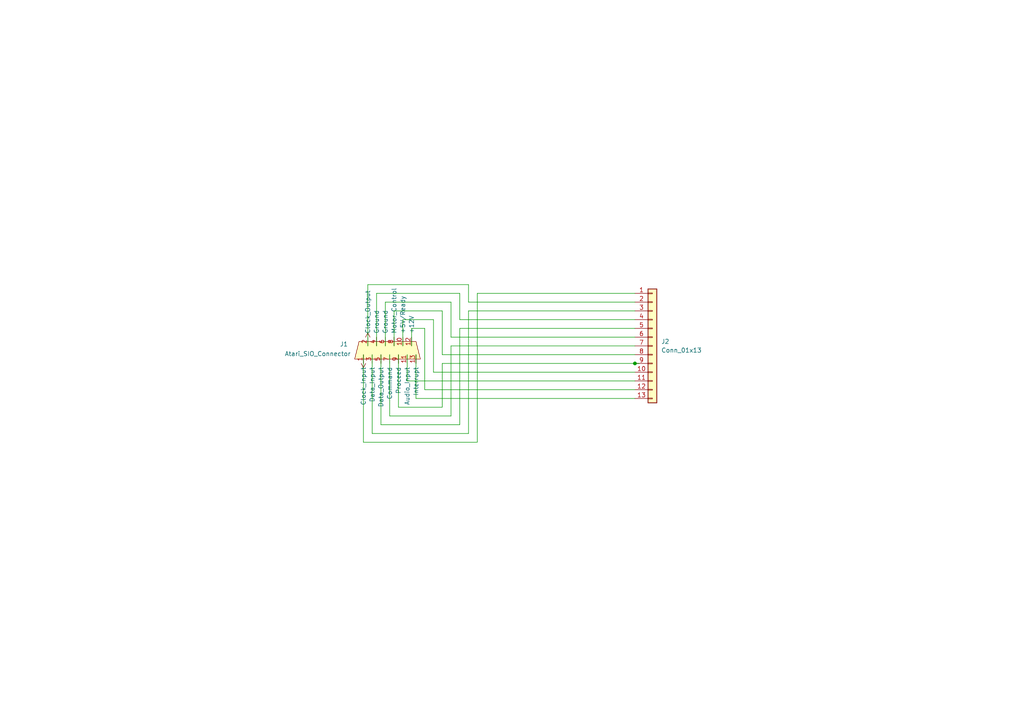
<source format=kicad_sch>
(kicad_sch (version 20250114) (generator "eeschema") (generator_version "9.0")
  (paper "A4")
  (lib_symbols
    (symbol "Connector_Generic:Conn_01x13" (pin_names (offset 1.016) (hide yes))
      (property "Reference" "J" (at 0 17.78 0))
      (property "Value" "Conn_01x13" (at 0 -17.78 0))
      (symbol "Conn_01x13_1_1"
        (rectangle (start -1.27 16.51) (end 1.27 -16.51) (stroke (width 0.254)) (fill (type background)))
        (rectangle (start -1.27 15.367) (end 0 15.113) (stroke (width 0.1524)))
        (rectangle (start -1.27 12.827) (end 0 12.573) (stroke (width 0.1524)))
        (rectangle (start -1.27 10.287) (end 0 10.033) (stroke (width 0.1524)))
        (rectangle (start -1.27 7.747) (end 0 7.493) (stroke (width 0.1524)))
        (rectangle (start -1.27 5.207) (end 0 4.953) (stroke (width 0.1524)))
        (rectangle (start -1.27 2.667) (end 0 2.413) (stroke (width 0.1524)))
        (rectangle (start -1.27 0.127) (end 0 -0.127) (stroke (width 0.1524)))
        (rectangle (start -1.27 -2.413) (end 0 -2.667) (stroke (width 0.1524)))
        (rectangle (start -1.27 -4.953) (end 0 -5.207) (stroke (width 0.1524)))
        (rectangle (start -1.27 -7.493) (end 0 -7.747) (stroke (width 0.1524)))
        (rectangle (start -1.27 -10.033) (end 0 -10.287) (stroke (width 0.1524)))
        (rectangle (start -1.27 -12.573) (end 0 -12.827) (stroke (width 0.1524)))
        (rectangle (start -1.27 -15.113) (end 0 -15.367) (stroke (width 0.1524)))
        (pin passive line (at -5.08 15.24 0) (length 3.81) (name "Pin_1") (number "1"))
        (pin passive line (at -5.08 12.7 0) (length 3.81) (name "Pin_2") (number "2"))
        (pin passive line (at -5.08 10.16 0) (length 3.81) (name "Pin_3") (number "3"))
        (pin passive line (at -5.08 7.62 0) (length 3.81) (name "Pin_4") (number "4"))
        (pin passive line (at -5.08 5.08 0) (length 3.81) (name "Pin_5") (number "5"))
        (pin passive line (at -5.08 2.54 0) (length 3.81) (name "Pin_6") (number "6"))
        (pin passive line (at -5.08 0 0) (length 3.81) (name "Pin_7") (number "7"))
        (pin passive line (at -5.08 -2.54 0) (length 3.81) (name "Pin_8") (number "8"))
        (pin passive line (at -5.08 -5.08 0) (length 3.81) (name "Pin_9") (number "9"))
        (pin passive line (at -5.08 -7.62 0) (length 3.81) (name "Pin_10") (number "10"))
        (pin passive line (at -5.08 -10.16 0) (length 3.81) (name "Pin_11") (number "11"))
        (pin passive line (at -5.08 -12.7 0) (length 3.81) (name "Pin_12") (number "12"))
        (pin passive line (at -5.08 -15.24 0) (length 3.81) (name "Pin_13") (number "13"))
      )
    )
    (symbol "SIOSocket:Atari_SIO_Connector-Atari" (pin_names (offset 1.016))
      (property "Reference" "U" (at -13.843 5.461 0))
      (property "Value" "Atari_SIO_Connector-Atari" (at -19.812 11.557 0))
      (symbol "Atari_SIO_Connector-Atari_0_1"
        (polyline (pts (xy -10.414 19.558) (xy -10.414 19.558)))
        (polyline (pts (xy -10.16 7.62) (xy -11.43 2.54) (xy 7.62 2.54) (xy 6.35 7.62) (xy -10.16 7.62)) (fill (type background)))
      )
      (symbol "Atari_SIO_Connector-Atari_1_1"
        (pin input clock (at -8.89 3.81 270) (length 2.54) (name "Clock_Input") (number "1"))
        (pin output clock (at -7.62 6.35 90) (length 2.54) (name "Clock_Output") (number "2"))
        (pin input line (at -6.35 3.81 270) (length 2.54) (name "Data_Input") (number "3"))
        (pin passive line (at -5.08 6.35 90) (length 2.54) (name "Ground") (number "4"))
        (pin output line (at -3.81 3.81 270) (length 2.54) (name "Data_Output") (number "5"))
        (pin passive line (at -2.54 6.35 90) (length 2.54) (name "Ground") (number "6"))
        (pin bidirectional line (at -1.27 3.81 270) (length 2.54) (name "Command") (number "7"))
        (pin bidirectional line (at 0 6.35 90) (length 2.54) (name "Motor_Control") (number "8"))
        (pin bidirectional line (at 1.27 3.81 270) (length 2.54) (name "Proceed") (number "9"))
        (pin power_out line (at 2.54 6.35 90) (length 2.54) (name "+5V/Ready") (number "10"))
        (pin input line (at 3.81 3.81 270) (length 2.54) (name "Audio_Input") (number "11"))
        (pin power_in line (at 5.08 6.35 90) (length 2.54) (name "+12V") (number "12"))
        (pin bidirectional line (at 6.35 3.81 270) (length 2.54) (name "Interrupt") (number "13"))
      )
    )
  )
  (junction (at 184.15 105.41))
  (wire (pts (xy 106.68 82.55) (xy 106.68 100.33)))
  (wire (pts (xy 130.81 100.33) (xy 184.15 100.33)))
  (wire (pts (xy 114.3 90.17) (xy 114.3 100.33)))
  (wire (pts (xy 128.27 118.11) (xy 128.27 105.41)))
  (wire (pts (xy 120.65 102.87) (xy 120.65 115.57)))
  (wire (pts (xy 110.49 123.19) (xy 133.35 123.19)))
  (wire (pts (xy 128.27 105.41) (xy 184.15 105.41)))
  (wire (pts (xy 138.43 85.09) (xy 184.15 85.09)))
  (wire (pts (xy 113.03 120.65) (xy 130.81 120.65)))
  (wire (pts (xy 116.84 92.71) (xy 125.73 92.71)))
  (wire (pts (xy 125.73 92.71) (xy 125.73 107.95)))
  (wire (pts (xy 138.43 128.27) (xy 138.43 85.09)))
  (wire (pts (xy 123.19 95.25) (xy 123.19 113.03)))
  (wire (pts (xy 114.3 90.17) (xy 128.27 90.17)))
  (wire (pts (xy 119.38 95.25) (xy 123.19 95.25)))
  (wire (pts (xy 135.89 125.73) (xy 135.89 90.17)))
  (wire (pts (xy 115.57 102.87) (xy 115.57 118.11)))
  (wire (pts (xy 120.65 115.57) (xy 184.15 115.57)))
  (wire (pts (xy 119.38 95.25) (xy 119.38 100.33)))
  (wire (pts (xy 116.84 92.71) (xy 116.84 100.33)))
  (wire (pts (xy 113.03 102.87) (xy 113.03 120.65)))
  (wire (pts (xy 118.11 110.49) (xy 184.15 110.49)))
  (wire (pts (xy 135.89 90.17) (xy 184.15 90.17)))
  (wire (pts (xy 111.76 87.63) (xy 130.81 87.63)))
  (wire (pts (xy 130.81 87.63) (xy 130.81 97.79)))
  (wire (pts (xy 105.41 102.87) (xy 105.41 128.27)))
  (wire (pts (xy 128.27 90.17) (xy 128.27 102.87)))
  (wire (pts (xy 111.76 87.63) (xy 111.76 100.33)))
  (wire (pts (xy 133.35 95.25) (xy 184.15 95.25)))
  (wire (pts (xy 133.35 85.09) (xy 133.35 92.71)))
  (wire (pts (xy 105.41 128.27) (xy 138.43 128.27)))
  (wire (pts (xy 115.57 118.11) (xy 128.27 118.11)))
  (wire (pts (xy 107.95 125.73) (xy 135.89 125.73)))
  (wire (pts (xy 128.27 102.87) (xy 184.15 102.87)))
  (wire (pts (xy 106.68 82.55) (xy 135.89 82.55)))
  (wire (pts (xy 109.22 85.09) (xy 109.22 100.33)))
  (wire (pts (xy 133.35 123.19) (xy 133.35 95.25)))
  (wire (pts (xy 109.22 85.09) (xy 133.35 85.09)))
  (wire (pts (xy 118.11 102.87) (xy 118.11 110.49)))
  (wire (pts (xy 123.19 113.03) (xy 184.15 113.03)))
  (wire (pts (xy 133.35 92.71) (xy 184.15 92.71)))
  (wire (pts (xy 110.49 102.87) (xy 110.49 123.19)))
  (wire (pts (xy 184.15 105.41) (xy 185.42 105.41)))
  (wire (pts (xy 125.73 107.95) (xy 184.15 107.95)))
  (wire (pts (xy 135.89 82.55) (xy 135.89 87.63)))
  (wire (pts (xy 130.81 97.79) (xy 184.15 97.79)))
  (wire (pts (xy 130.81 120.65) (xy 130.81 100.33)))
  (wire (pts (xy 135.89 87.63) (xy 184.15 87.63)))
  (wire (pts (xy 107.95 102.87) (xy 107.95 125.73)))
  (symbol (lib_id "SIOSocket:Atari_SIO_Connector-Atari") (at 114.3 106.68 0) (unit 1)
    (property "Reference" "J1" (at 98.552 99.822 0) (effects (justify left)))
    (property "Value" "Atari_SIO_Connector" (at 82.55 102.616 0) (effects (justify left)))
    (property "Footprint" "Atari:Atari_SIO_Socket" (effects (hide yes)))
  )
  (symbol (lib_id "Connector_Generic:Conn_01x13") (at 189.23 100.33 0) (unit 1)
    (property "Reference" "J2" (at 191.77 99.0599 0) (effects (justify left)))
    (property "Value" "Conn_01x13" (at 191.77 101.5999 0) (effects (justify left)))
    (property "Footprint" "Connector_PinHeader_2.54mm:PinHeader_1x13_P2.54mm_Horizontal" (effects (hide yes)))
    (property "Description" "Generic connector, single row, 01x13, script generated (kicad-library-utils/schlib/autogen/connector/)" (effects (hide yes)))
  )
)
</source>
